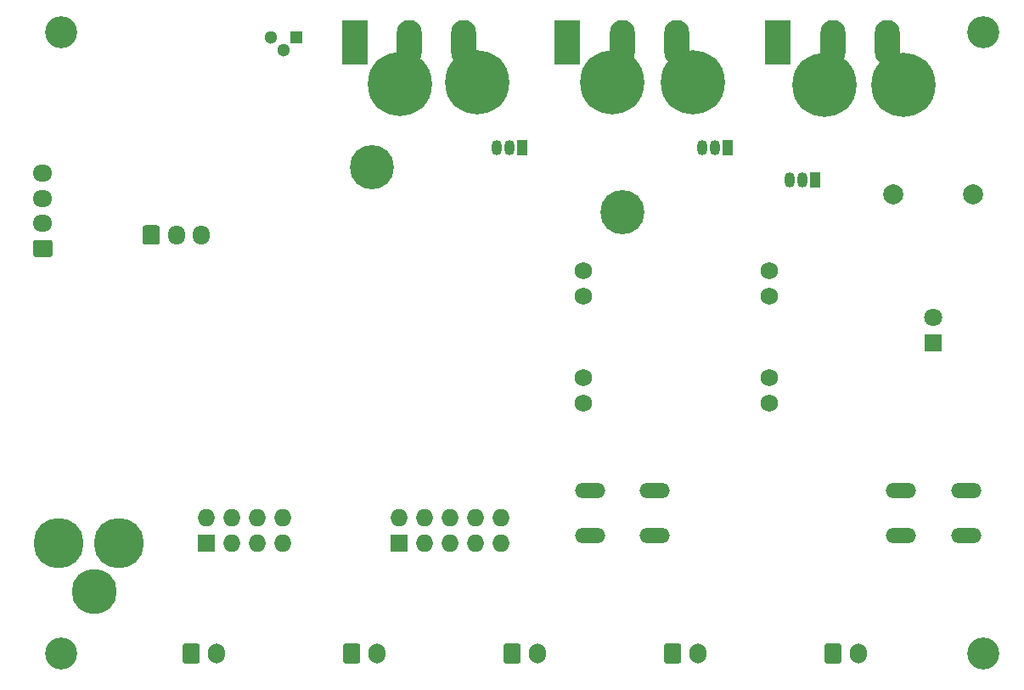
<source format=gbr>
G04 #@! TF.GenerationSoftware,KiCad,Pcbnew,5.1.9-73d0e3b20d~88~ubuntu20.04.1*
G04 #@! TF.CreationDate,2021-03-04T19:57:15+00:00*
G04 #@! TF.ProjectId,dc_load_unit,64635f6c-6f61-4645-9f75-6e69742e6b69,1.2*
G04 #@! TF.SameCoordinates,Original*
G04 #@! TF.FileFunction,Soldermask,Bot*
G04 #@! TF.FilePolarity,Negative*
%FSLAX46Y46*%
G04 Gerber Fmt 4.6, Leading zero omitted, Abs format (unit mm)*
G04 Created by KiCad (PCBNEW 5.1.9-73d0e3b20d~88~ubuntu20.04.1) date 2021-03-04 19:57:15*
%MOMM*%
%LPD*%
G01*
G04 APERTURE LIST*
%ADD10C,3.200000*%
%ADD11O,1.050000X1.500000*%
%ADD12R,1.050000X1.500000*%
%ADD13C,1.727200*%
%ADD14R,1.727200X1.727200*%
%ADD15O,1.727200X1.727200*%
%ADD16O,1.700000X2.000000*%
%ADD17C,1.800000*%
%ADD18R,1.800000X1.800000*%
%ADD19O,2.500000X4.500000*%
%ADD20R,2.500000X4.500000*%
%ADD21O,3.014980X1.506220*%
%ADD22R,1.300000X1.300000*%
%ADD23C,1.300000*%
%ADD24C,0.700000*%
%ADD25C,4.400000*%
%ADD26C,0.800000*%
%ADD27C,6.400000*%
%ADD28C,4.500000*%
%ADD29C,5.000000*%
%ADD30O,1.700000X1.950000*%
%ADD31O,1.950000X1.700000*%
%ADD32C,2.000000*%
G04 APERTURE END LIST*
D10*
X104000000Y-65000000D03*
X104000000Y-127000000D03*
X196000000Y-127000000D03*
X196000000Y-65000000D03*
D11*
X148730000Y-76500000D03*
X147460000Y-76500000D03*
D12*
X150000000Y-76500000D03*
D13*
X174635000Y-102047500D03*
X174635000Y-99507500D03*
X174635000Y-91379500D03*
X174635000Y-88839500D03*
X156093000Y-102047500D03*
X156093000Y-99507500D03*
X156093000Y-91379500D03*
X156093000Y-88839500D03*
D14*
X118500000Y-116000000D03*
D15*
X118500000Y-113460000D03*
X121040000Y-116000000D03*
X121040000Y-113460000D03*
X123580000Y-116000000D03*
X123580000Y-113460000D03*
X126120000Y-116000000D03*
X126120000Y-113460000D03*
D16*
X151500000Y-127000000D03*
G36*
G01*
X148150000Y-127750000D02*
X148150000Y-126250000D01*
G75*
G02*
X148400000Y-126000000I250000J0D01*
G01*
X149600000Y-126000000D01*
G75*
G02*
X149850000Y-126250000I0J-250000D01*
G01*
X149850000Y-127750000D01*
G75*
G02*
X149600000Y-128000000I-250000J0D01*
G01*
X148400000Y-128000000D01*
G75*
G02*
X148150000Y-127750000I0J250000D01*
G01*
G37*
D17*
X191000000Y-93460000D03*
D18*
X191000000Y-96000000D03*
D16*
X119500000Y-127000000D03*
G36*
G01*
X116150000Y-127750000D02*
X116150000Y-126250000D01*
G75*
G02*
X116400000Y-126000000I250000J0D01*
G01*
X117600000Y-126000000D01*
G75*
G02*
X117850000Y-126250000I0J-250000D01*
G01*
X117850000Y-127750000D01*
G75*
G02*
X117600000Y-128000000I-250000J0D01*
G01*
X116400000Y-128000000D01*
G75*
G02*
X116150000Y-127750000I0J250000D01*
G01*
G37*
X135500000Y-127000000D03*
G36*
G01*
X132150000Y-127750000D02*
X132150000Y-126250000D01*
G75*
G02*
X132400000Y-126000000I250000J0D01*
G01*
X133600000Y-126000000D01*
G75*
G02*
X133850000Y-126250000I0J-250000D01*
G01*
X133850000Y-127750000D01*
G75*
G02*
X133600000Y-128000000I-250000J0D01*
G01*
X132400000Y-128000000D01*
G75*
G02*
X132150000Y-127750000I0J250000D01*
G01*
G37*
X167500000Y-127000000D03*
G36*
G01*
X164150000Y-127750000D02*
X164150000Y-126250000D01*
G75*
G02*
X164400000Y-126000000I250000J0D01*
G01*
X165600000Y-126000000D01*
G75*
G02*
X165850000Y-126250000I0J-250000D01*
G01*
X165850000Y-127750000D01*
G75*
G02*
X165600000Y-128000000I-250000J0D01*
G01*
X164400000Y-128000000D01*
G75*
G02*
X164150000Y-127750000I0J250000D01*
G01*
G37*
X183500000Y-127000000D03*
G36*
G01*
X180150000Y-127750000D02*
X180150000Y-126250000D01*
G75*
G02*
X180400000Y-126000000I250000J0D01*
G01*
X181600000Y-126000000D01*
G75*
G02*
X181850000Y-126250000I0J-250000D01*
G01*
X181850000Y-127750000D01*
G75*
G02*
X181600000Y-128000000I-250000J0D01*
G01*
X180400000Y-128000000D01*
G75*
G02*
X180150000Y-127750000I0J250000D01*
G01*
G37*
D19*
X144200000Y-66000000D03*
X138750000Y-66000000D03*
D20*
X133300000Y-66000000D03*
D21*
X163248660Y-115247900D03*
X156751340Y-115247900D03*
X163248660Y-110752100D03*
X156751340Y-110752100D03*
X187751340Y-110752100D03*
X194248660Y-110752100D03*
X187751340Y-115247900D03*
X194248660Y-115247900D03*
D22*
X127500000Y-65500000D03*
D23*
X124960000Y-65500000D03*
X126230000Y-66770000D03*
D24*
X161166726Y-81833274D03*
X160000000Y-81350000D03*
X158833274Y-81833274D03*
X158350000Y-83000000D03*
X158833274Y-84166726D03*
X160000000Y-84650000D03*
X161166726Y-84166726D03*
X161650000Y-83000000D03*
D25*
X160000000Y-83000000D03*
D26*
X139500000Y-68500000D03*
X137802944Y-67797056D03*
X136105888Y-68500000D03*
X135402944Y-70197056D03*
X136105888Y-71894112D03*
X137802944Y-72597056D03*
X139500000Y-71894112D03*
X140202944Y-70197056D03*
D27*
X137802944Y-70197056D03*
D28*
X107300000Y-120800000D03*
D29*
X103800000Y-116000000D03*
X109800000Y-116000000D03*
D30*
X118000000Y-85250000D03*
X115500000Y-85250000D03*
G36*
G01*
X112150000Y-85975000D02*
X112150000Y-84525000D01*
G75*
G02*
X112400000Y-84275000I250000J0D01*
G01*
X113600000Y-84275000D01*
G75*
G02*
X113850000Y-84525000I0J-250000D01*
G01*
X113850000Y-85975000D01*
G75*
G02*
X113600000Y-86225000I-250000J0D01*
G01*
X112400000Y-86225000D01*
G75*
G02*
X112150000Y-85975000I0J250000D01*
G01*
G37*
D14*
X137750000Y-116000000D03*
D15*
X137750000Y-113460000D03*
X140290000Y-116000000D03*
X140290000Y-113460000D03*
X142830000Y-116000000D03*
X142830000Y-113460000D03*
X145370000Y-116000000D03*
X145370000Y-113460000D03*
X147910000Y-116000000D03*
X147910000Y-113460000D03*
G36*
G01*
X102925000Y-87450000D02*
X101475000Y-87450000D01*
G75*
G02*
X101225000Y-87200000I0J250000D01*
G01*
X101225000Y-86000000D01*
G75*
G02*
X101475000Y-85750000I250000J0D01*
G01*
X102925000Y-85750000D01*
G75*
G02*
X103175000Y-86000000I0J-250000D01*
G01*
X103175000Y-87200000D01*
G75*
G02*
X102925000Y-87450000I-250000J0D01*
G01*
G37*
D31*
X102200000Y-84100000D03*
X102200000Y-81600000D03*
X102200000Y-79100000D03*
D25*
X135000000Y-78500000D03*
D24*
X136650000Y-78500000D03*
X136166726Y-79666726D03*
X135000000Y-80150000D03*
X133833274Y-79666726D03*
X133350000Y-78500000D03*
X133833274Y-77333274D03*
X135000000Y-76850000D03*
X136166726Y-77333274D03*
D27*
X167000000Y-70000000D03*
D26*
X169400000Y-70000000D03*
X168697056Y-71697056D03*
X167000000Y-72400000D03*
X165302944Y-71697056D03*
X164600000Y-70000000D03*
X165302944Y-68302944D03*
X167000000Y-67600000D03*
X168697056Y-68302944D03*
X160697056Y-68302944D03*
X159000000Y-67600000D03*
X157302944Y-68302944D03*
X156600000Y-70000000D03*
X157302944Y-71697056D03*
X159000000Y-72400000D03*
X160697056Y-71697056D03*
X161400000Y-70000000D03*
D27*
X159000000Y-70000000D03*
X145500000Y-70000000D03*
D26*
X147900000Y-70000000D03*
X147197056Y-71697056D03*
X145500000Y-72400000D03*
X143802944Y-71697056D03*
X143100000Y-70000000D03*
X143802944Y-68302944D03*
X145500000Y-67600000D03*
X147197056Y-68302944D03*
D12*
X170500000Y-76500000D03*
D11*
X167960000Y-76500000D03*
X169230000Y-76500000D03*
D20*
X154500000Y-66000000D03*
D19*
X159950000Y-66000000D03*
X165400000Y-66000000D03*
D32*
X187000000Y-81200000D03*
X195000000Y-81200000D03*
D26*
X181797056Y-68552944D03*
X180100000Y-67850000D03*
X178402944Y-68552944D03*
X177700000Y-70250000D03*
X178402944Y-71947056D03*
X180100000Y-72650000D03*
X181797056Y-71947056D03*
X182500000Y-70250000D03*
D27*
X180100000Y-70250000D03*
X188000000Y-70250000D03*
D26*
X190400000Y-70250000D03*
X189697056Y-71947056D03*
X188000000Y-72650000D03*
X186302944Y-71947056D03*
X185600000Y-70250000D03*
X186302944Y-68552944D03*
X188000000Y-67850000D03*
X189697056Y-68552944D03*
D11*
X177980000Y-79750000D03*
X176710000Y-79750000D03*
D12*
X179250000Y-79750000D03*
D20*
X175500000Y-66000000D03*
D19*
X180950000Y-66000000D03*
X186400000Y-66000000D03*
M02*

</source>
